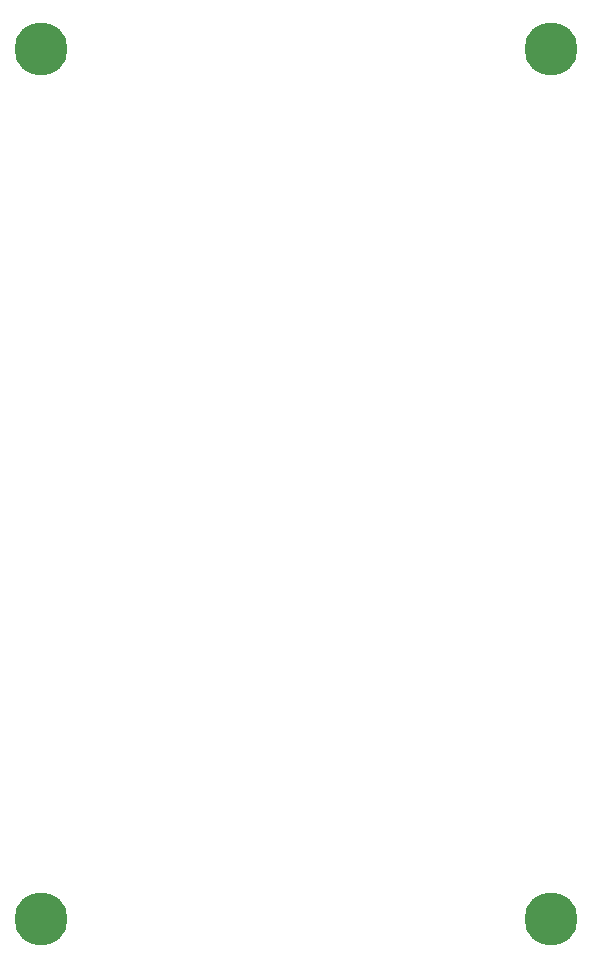
<source format=gbr>
%TF.GenerationSoftware,KiCad,Pcbnew,8.0.8*%
%TF.CreationDate,2025-08-24T09:26:37-04:00*%
%TF.ProjectId,project-protoboard,70726f6a-6563-4742-9d70-726f746f626f,rev?*%
%TF.SameCoordinates,Original*%
%TF.FileFunction,Soldermask,Bot*%
%TF.FilePolarity,Negative*%
%FSLAX46Y46*%
G04 Gerber Fmt 4.6, Leading zero omitted, Abs format (unit mm)*
G04 Created by KiCad (PCBNEW 8.0.8) date 2025-08-24 09:26:37*
%MOMM*%
%LPD*%
G01*
G04 APERTURE LIST*
%ADD10C,4.500000*%
G04 APERTURE END LIST*
D10*
%TO.C,H4*%
X119380000Y-96520000D03*
%TD*%
%TO.C,H2*%
X119380000Y-22860000D03*
%TD*%
%TO.C,H1*%
X76200000Y-22860000D03*
%TD*%
%TO.C,H3*%
X76200000Y-96520000D03*
%TD*%
M02*

</source>
